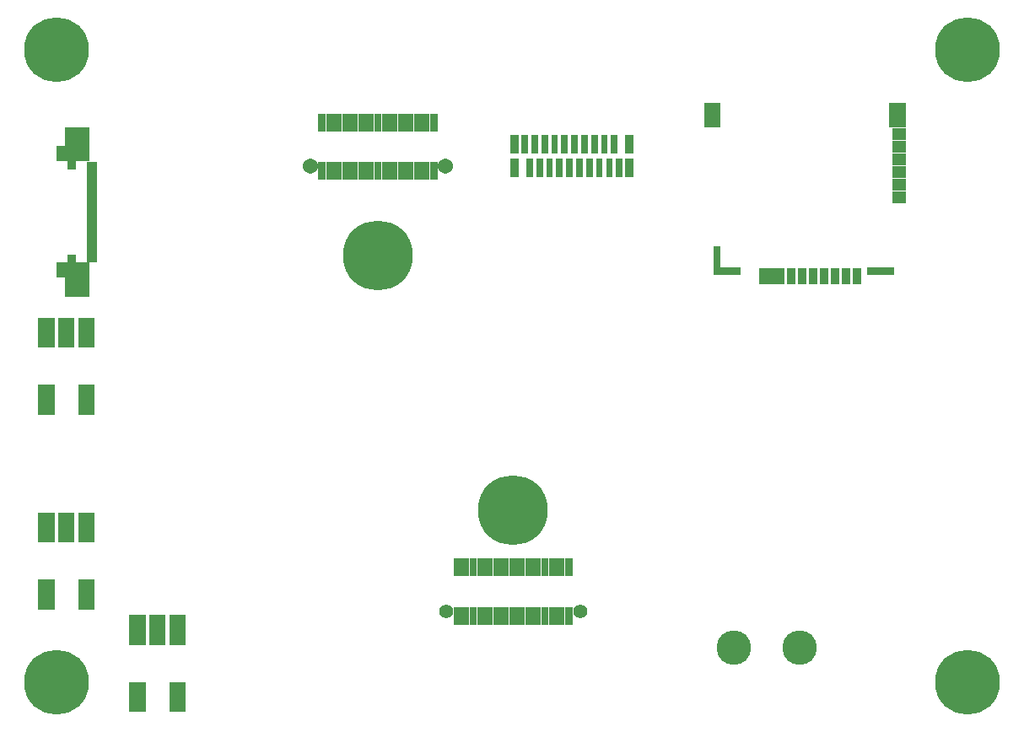
<source format=gbr>
G04 start of page 9 for group -4062 idx -4062 *
G04 Title: (unknown), soldermask *
G04 Creator: pcb 20110918 *
G04 CreationDate: Thu Dec  5 20:42:17 2013 UTC *
G04 For: fosse *
G04 Format: Gerber/RS-274X *
G04 PCB-Dimensions: 550000 550000 *
G04 PCB-Coordinate-Origin: lower left *
%MOIN*%
%FSLAX25Y25*%
%LNBOTTOMMASK*%
%ADD151R,0.0218X0.0218*%
%ADD150R,0.0966X0.0966*%
%ADD149R,0.0435X0.0435*%
%ADD148R,0.0454X0.0454*%
%ADD147R,0.0277X0.0277*%
%ADD146R,0.0336X0.0336*%
%ADD145R,0.0651X0.0651*%
%ADD144R,0.0336X0.0336*%
%ADD143R,0.0257X0.0257*%
%ADD142R,0.0258X0.0258*%
%ADD141R,0.0651X0.0651*%
%ADD140R,0.0297X0.0297*%
%ADD139R,0.0297X0.0297*%
%ADD138C,0.2560*%
%ADD137C,0.0604*%
%ADD136C,0.1360*%
%ADD135C,0.2760*%
%ADD134C,0.0554*%
G54D134*X262985Y84944D03*
X209835D03*
G54D135*X236410Y124740D03*
G54D136*X349610Y70590D03*
X323610D03*
G54D137*X209576Y260706D03*
X156426D03*
G54D135*X183000Y225500D03*
G54D138*X56110Y306840D03*
X416110D03*
X56110Y56840D03*
X416110D03*
G54D139*X258457Y104196D02*Y100140D01*
X255307Y104196D02*Y100140D01*
X252157Y104196D02*Y100140D01*
X249008Y104196D02*Y100140D01*
G54D140*X245859Y104196D02*Y100141D01*
G54D139*X226960Y104196D02*Y100140D01*
G54D140*X230111Y104196D02*Y100141D01*
G54D139*X233260Y104196D02*Y100140D01*
X236409Y104196D02*Y100140D01*
X239559Y104196D02*Y100140D01*
X242708Y104196D02*Y100140D01*
X258457Y85101D02*Y81046D01*
X255307Y85101D02*Y81046D01*
X252157Y85101D02*Y81046D01*
X249008Y85101D02*Y81046D01*
G54D140*X245859Y85101D02*Y81047D01*
G54D139*X214362Y85101D02*Y81046D01*
X217512Y85101D02*Y81046D01*
X220661Y85101D02*Y81046D01*
X223811Y85101D02*Y81046D01*
X226960Y85101D02*Y81046D01*
G54D140*X230111Y85101D02*Y81047D01*
G54D139*X233260Y85101D02*Y81046D01*
X236409Y85101D02*Y81046D01*
X239559Y85101D02*Y81046D01*
X242708Y85101D02*Y81046D01*
G54D141*X95910Y80185D02*Y74870D01*
X88036Y80185D02*Y74870D01*
Y53610D02*Y48295D01*
G54D139*X214362Y104196D02*Y100140D01*
X217512Y104196D02*Y100140D01*
X220661Y104196D02*Y100140D01*
X223811Y104196D02*Y100140D01*
G54D141*X67784Y94110D02*Y88795D01*
X52036Y94110D02*Y88795D01*
X103784Y53610D02*Y48295D01*
Y80185D02*Y74870D01*
G54D139*X205048Y279958D02*Y275902D01*
X201898Y279958D02*Y275902D01*
X198748Y279958D02*Y275902D01*
X205048Y260863D02*Y256808D01*
X201898Y260863D02*Y256808D01*
X198748Y260863D02*Y256808D01*
X195599Y279958D02*Y275902D01*
Y260863D02*Y256808D01*
X189299Y279958D02*Y275902D01*
Y260863D02*Y256808D01*
G54D140*X192450Y279958D02*Y275903D01*
Y260863D02*Y256809D01*
G54D139*X160953Y279958D02*Y275902D01*
X164103Y279958D02*Y275902D01*
X167252Y279958D02*Y275902D01*
X170402Y279958D02*Y275902D01*
X173551Y279958D02*Y275902D01*
G54D140*X176702Y279958D02*Y275903D01*
G54D139*X179851Y279958D02*Y275902D01*
X183000Y279958D02*Y275902D01*
X186150Y279958D02*Y275902D01*
X160953Y260863D02*Y256808D01*
X164103Y260863D02*Y256808D01*
X167252Y260863D02*Y256808D01*
X170402Y260863D02*Y256808D01*
X173551Y260863D02*Y256808D01*
G54D140*X176702Y260863D02*Y256809D01*
G54D139*X179851Y260863D02*Y256808D01*
X183000Y260863D02*Y256808D01*
X186150Y260863D02*Y256808D01*
G54D142*X276443Y271902D02*Y267178D01*
X272506Y271902D02*Y267178D01*
X268569Y271902D02*Y267178D01*
X264632Y271902D02*Y267178D01*
G54D143*X278411Y262453D02*Y257728D01*
X274474Y262453D02*Y257728D01*
X270537Y262453D02*Y257728D01*
G54D144*X282348Y271508D02*Y267571D01*
Y262059D02*Y258122D01*
G54D145*X315154Y282662D02*Y279512D01*
G54D142*X260695Y271902D02*Y267178D01*
X256758Y271902D02*Y267178D01*
X252821Y271902D02*Y267178D01*
X248884Y271902D02*Y267178D01*
X244947Y271902D02*Y267178D01*
X241010Y271902D02*Y267178D01*
G54D144*X237072Y271508D02*Y267571D01*
G54D143*X266600Y262453D02*Y257728D01*
X262663Y262453D02*Y257728D01*
G54D142*X258726Y262453D02*Y257729D01*
X254789Y262453D02*Y257729D01*
X250852Y262453D02*Y257729D01*
X246915Y262453D02*Y257729D01*
X242978Y262453D02*Y257729D01*
G54D144*X237072Y262059D02*Y258122D01*
X335312Y218665D02*Y215909D01*
G54D146*X338658Y218664D02*Y215910D01*
G54D144*X342005Y218665D02*Y215909D01*
X346336Y218665D02*Y215909D01*
X350666Y218665D02*Y215909D01*
G54D140*X317122Y219255D02*X324800D01*
G54D147*X317024Y227819D02*Y219157D01*
G54D148*X388600Y248390D02*X389347D01*
X388600Y253390D02*X389347D01*
X388600Y258390D02*X389347D01*
X388600Y263390D02*X389347D01*
X388600Y268390D02*X389347D01*
X388600Y273390D02*X389347D01*
G54D141*X388383Y282662D02*Y279512D01*
G54D144*X359328Y218665D02*Y215909D01*
G54D146*X363658Y218664D02*Y215910D01*
G54D144*X367989Y218665D02*Y215909D01*
X372320Y218665D02*Y215909D01*
G54D140*X377752Y219255D02*X385626D01*
G54D144*X354997Y218665D02*Y215909D01*
G54D149*X58119Y266658D02*Y264886D01*
G54D150*X64123Y271480D02*Y267543D01*
G54D144*X61997Y262032D02*Y261244D01*
G54D151*X69045Y255536D02*X71013D01*
X69045Y261441D02*X71013D01*
X69045Y259473D02*X71013D01*
X69045Y257504D02*X71013D01*
G54D141*X67784Y197685D02*Y192370D01*
X59910Y197685D02*Y192370D01*
X67784Y171110D02*Y165795D01*
X52036Y171110D02*Y165795D01*
Y197685D02*Y192370D01*
X67784Y120685D02*Y115370D01*
X59910Y120685D02*Y115370D01*
X52036Y120685D02*Y115370D01*
G54D151*X69045Y224040D02*X71013D01*
X69045Y226008D02*X71013D01*
X69045Y227977D02*X71013D01*
X69045Y229945D02*X71013D01*
X69045Y231914D02*X71013D01*
X69045Y233882D02*X71013D01*
G54D144*X61997Y224237D02*Y223449D01*
G54D149*X58119Y220595D02*Y218823D01*
G54D150*X64122Y217937D02*Y214000D01*
G54D151*X69045Y235851D02*X71013D01*
X69045Y237819D02*X71013D01*
X69045Y239788D02*X71013D01*
X69045Y241756D02*X71013D01*
X69045Y243725D02*X71013D01*
X69045Y245693D02*X71013D01*
X69045Y247662D02*X71013D01*
X69045Y249630D02*X71013D01*
X69045Y251599D02*X71013D01*
X69045Y253567D02*X71013D01*
M02*

</source>
